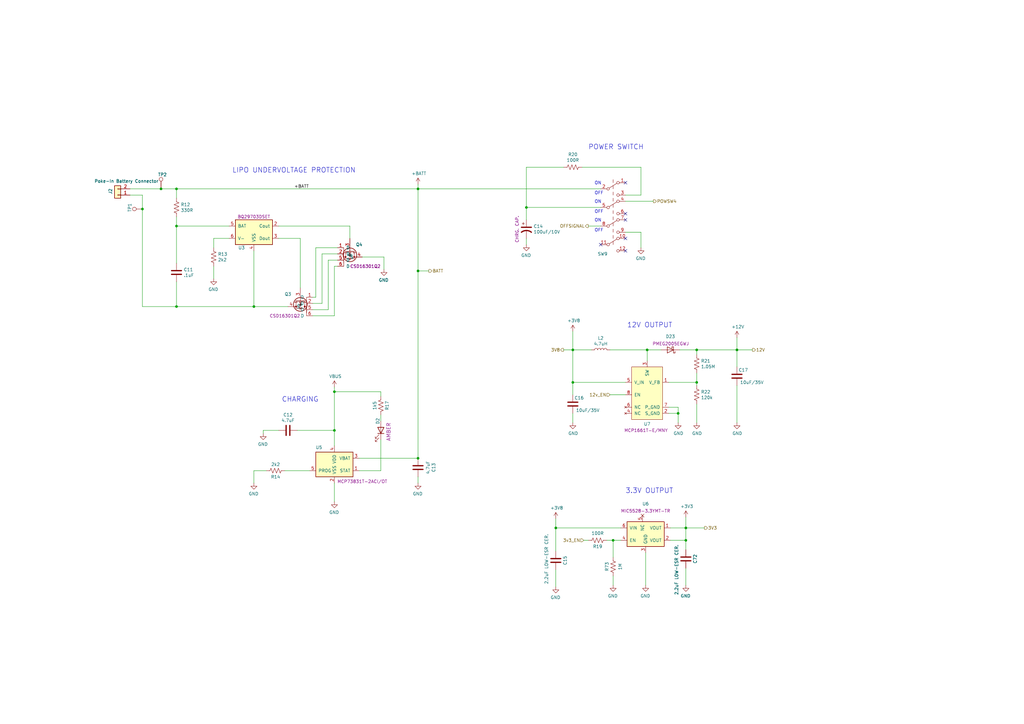
<source format=kicad_sch>
(kicad_sch (version 20211123) (generator eeschema)
  (paper "A3")
  (title_block (title "RCP CHARGING AND POWER MANAGEMENT"))
  (lib_symbols
    (symbol "Battery_Management:BQ297xy" (pin_names (offset 1.016))
      (property "Reference" "U" (at -6.35 6.35 0))
      (property "Value" "BQ297xy" (at 5.08 -6.35 0))
      (symbol "BQ297xy_0_1"
        (rectangle (start -7.62 5.08) (end 7.62 -5.08) (stroke (width 0.254)) (fill (type background)))
      )
      (symbol "BQ297xy_1_1"
        (pin no_connect line (at 7.62 0 180) (length 2.54) hide (name "NC") (number "1"))
        (pin output line (at 10.16 2.54 180) (length 2.54) (name "Cout") (number "2"))
        (pin output line (at 10.16 -2.54 180) (length 2.54) (name "Dout") (number "3"))
        (pin power_in line (at 0 -7.62 90) (length 2.54) (name "VSS") (number "4"))
        (pin input line (at -10.16 2.54 0) (length 2.54) (name "BAT") (number "5"))
        (pin input line (at -10.16 -2.54 0) (length 2.54) (name "V-") (number "6"))
      )
    )
    (symbol "Battery_Management:MCP73831-2-OT" (pin_names (offset 1.016))
      (property "Reference" "U" (at -7.62 6.35 0))
      (property "Value" "MCP73831-2-OT" (at 1.27 6.35 0))
      (symbol "MCP73831-2-OT_0_1"
        (rectangle (start -7.62 5.08) (end 7.62 -5.08) (stroke (width 0.254)) (fill (type background)))
      )
      (symbol "MCP73831-2-OT_1_1"
        (pin output line (at 10.16 -2.54 180) (length 2.54) (name "STAT") (number "1"))
        (pin power_in line (at 0 -7.62 90) (length 2.54) (name "VSS") (number "2"))
        (pin power_out line (at 10.16 2.54 180) (length 2.54) (name "VBAT") (number "3"))
        (pin power_in line (at 0 7.62 270) (length 2.54) (name "VDD") (number "4"))
        (pin input line (at -10.16 -2.54 0) (length 2.54) (name "PROG") (number "5"))
      )
    )
    (symbol "Connector:TestPoint" (pin_numbers hide) (pin_names (offset 0.762) hide)
      (property "Reference" "TP" (at 0 6.858 0))
      (property "Value" "TestPoint" (at 0 5.08 0))
      (symbol "TestPoint_0_1"
        (circle (center 0 3.302) (radius 0.762))
      )
      (symbol "TestPoint_1_1"
        (pin passive line (at 0 0 90) (length 2.54) (name "1") (number "1"))
      )
    )
    (symbol "Connector_Generic:Conn_01x02" (pin_names (offset 1.016) hide)
      (property "Reference" "J" (at 0 2.54 0))
      (property "Value" "Conn_01x02" (at 0 -5.08 0))
      (symbol "Conn_01x02_1_1"
        (rectangle (start -1.27 -2.413) (end 0 -2.667) (stroke (width 0.1524)))
        (rectangle (start -1.27 0.127) (end 0 -0.127) (stroke (width 0.1524)))
        (rectangle (start -1.27 1.27) (end 1.27 -3.81) (stroke (width 0.254)) (fill (type background)))
        (pin passive line (at -5.08 0 0) (length 3.81) (name "Pin_1") (number "1"))
        (pin passive line (at -5.08 -2.54 0) (length 3.81) (name "Pin_2") (number "2"))
      )
    )
    (symbol "Device:C" (pin_numbers hide) (pin_names (offset 0.254))
      (property "Reference" "C" (at 0.635 2.54 0))
      (property "Value" "C" (at 0.635 -2.54 0))
      (symbol "C_0_1"
        (polyline (pts (xy -2.032 -0.762) (xy 2.032 -0.762)) (stroke (width 0.508)))
        (polyline (pts (xy -2.032 0.762) (xy 2.032 0.762)) (stroke (width 0.508)))
      )
      (symbol "C_1_1"
        (pin passive line (at 0 3.81 270) (length 2.794) (name "~") (number "1"))
        (pin passive line (at 0 -3.81 90) (length 2.794) (name "~") (number "2"))
      )
    )
    (symbol "Device:CP1" (pin_numbers hide) (pin_names (offset 0.254) hide)
      (property "Reference" "C" (at 0.635 2.54 0))
      (property "Value" "Device_CP1" (at 0.635 -2.54 0))
      (symbol "CP1_0_1"
        (polyline (pts (xy -2.032 0.762) (xy 2.032 0.762)) (stroke (width 0.508)))
        (polyline (pts (xy -1.778 2.286) (xy -0.762 2.286)))
        (polyline (pts (xy -1.27 1.778) (xy -1.27 2.794)))
        (arc (start 2.032 -1.27) (mid 0 -0.5572) (end -2.032 -1.27) (stroke (width 0.508)))
      )
      (symbol "CP1_1_1"
        (pin passive line (at 0 3.81 270) (length 2.794) (name "~") (number "1"))
        (pin passive line (at 0 -3.81 90) (length 3.302) (name "~") (number "2"))
      )
    )
    (symbol "Device:L" (pin_numbers hide) (pin_names (offset 1.016) hide)
      (property "Reference" "L" (at -1.27 0 90))
      (property "Value" "L" (at 1.905 0 90))
      (symbol "L_0_1"
        (arc (start 0 -2.54) (mid 0.635 -1.905) (end 0 -1.27))
        (arc (start 0 -1.27) (mid 0.635 -0.635) (end 0 0))
        (arc (start 0 0) (mid 0.635 0.635) (end 0 1.27))
        (arc (start 0 1.27) (mid 0.635 1.905) (end 0 2.54))
      )
      (symbol "L_1_1"
        (pin passive line (at 0 3.81 270) (length 1.27) (name "1") (number "1"))
        (pin passive line (at 0 -3.81 90) (length 1.27) (name "2") (number "2"))
      )
    )
    (symbol "Device:LED" (pin_numbers hide) (pin_names (offset 1.016) hide)
      (property "Reference" "D" (at 0 2.54 0))
      (property "Value" "LED" (at 0 -2.54 0))
      (symbol "LED_0_1"
        (polyline (pts (xy -1.27 -1.27) (xy -1.27 1.27)) (stroke (width 0.254)))
        (polyline (pts (xy -1.27 0) (xy 1.27 0)))
        (polyline (pts (xy 1.27 -1.27) (xy 1.27 1.27) (xy -1.27 0) (xy 1.27 -1.27)) (stroke (width 0.254)))
        (polyline (pts (xy -3.048 -0.762) (xy -4.572 -2.286) (xy -3.81 -2.286) (xy -4.572 -2.286) (xy -4.572 -1.524)))
        (polyline (pts (xy -1.778 -0.762) (xy -3.302 -2.286) (xy -2.54 -2.286) (xy -3.302 -2.286) (xy -3.302 -1.524)))
      )
      (symbol "LED_1_1"
        (pin passive line (at -3.81 0 0) (length 2.54) (name "K") (number "1"))
        (pin passive line (at 3.81 0 180) (length 2.54) (name "A") (number "2"))
      )
    )
    (symbol "Device:R_US" (pin_numbers hide) (pin_names (offset 0))
      (property "Reference" "R" (at 2.54 0 90))
      (property "Value" "R_US" (at -2.54 0 90))
      (symbol "R_US_0_1"
        (polyline (pts (xy 0 -2.286) (xy 0 -2.54)))
        (polyline (pts (xy 0 2.286) (xy 0 2.54)))
        (polyline (pts (xy 0 -0.762) (xy 1.016 -1.143) (xy 0 -1.524) (xy -1.016 -1.905) (xy 0 -2.286)))
        (polyline (pts (xy 0 0.762) (xy 1.016 0.381) (xy 0 0) (xy -1.016 -0.381) (xy 0 -0.762)))
        (polyline (pts (xy 0 2.286) (xy 1.016 1.905) (xy 0 1.524) (xy -1.016 1.143) (xy 0 0.762)))
      )
      (symbol "R_US_1_1"
        (pin passive line (at 0 3.81 270) (length 1.27) (name "~") (number "1"))
        (pin passive line (at 0 -3.81 90) (length 1.27) (name "~") (number "2"))
      )
    )
    (symbol "Diode:PMEG6010CEH" (pin_numbers hide) (pin_names hide)
      (property "Reference" "D" (at 0 2.54 0))
      (property "Value" "PMEG6010CEH" (at 0 -2.54 0))
      (symbol "PMEG6010CEH_0_1"
        (polyline (pts (xy 1.27 0) (xy -1.27 0)))
        (polyline (pts (xy 1.27 1.27) (xy 1.27 -1.27) (xy -1.27 0) (xy 1.27 1.27)) (stroke (width 0.2032)))
        (polyline (pts (xy -1.905 0.635) (xy -1.905 1.27) (xy -1.27 1.27) (xy -1.27 -1.27) (xy -0.635 -1.27) (xy -0.635 -0.635)) (stroke (width 0.2032)))
      )
      (symbol "PMEG6010CEH_1_1"
        (pin passive line (at -3.81 0 0) (length 2.54) (name "K") (number "1"))
        (pin passive line (at 3.81 0 180) (length 2.54) (name "A") (number "2"))
      )
    )
    (symbol "MyLibrary:MCP1661" (pin_names (offset 1.016))
      (property "Reference" "U" (at -3.81 10.16 0))
      (property "Value" "MyLibrary_MCP1661" (at 6.35 10.16 0))
      (symbol "MCP1661_0_1"
        (rectangle (start -6.35 8.89) (end 6.35 -12.7) (fill (type background)))
      )
      (symbol "MCP1661_1_1"
        (pin input line (at 8.89 2.54 180) (length 2.54) (name "V_FB") (number "1"))
        (pin input line (at 8.89 -10.16 180) (length 2.54) (name "S_GND") (number "2"))
        (pin input line (at 0 11.43 270) (length 2.54) (name "SW") (number "3"))
        (pin no_connect line (at -8.89 -10.16 0) (length 2.54) (name "NC") (number "4"))
        (pin input line (at -8.89 2.54 0) (length 2.54) (name "V_IN") (number "5"))
        (pin no_connect line (at -8.89 -7.62 0) (length 2.54) (name "NC") (number "6"))
        (pin input line (at 8.89 -7.62 180) (length 2.54) (name "P_GND") (number "7"))
        (pin input line (at -8.89 -2.54 0) (length 2.54) (name "EN") (number "8"))
      )
    )
    (symbol "MyLibrary:MIC5528" (pin_names (offset 1.016))
      (property "Reference" "U" (at -6.35 7.62 0))
      (property "Value" "MyLibrary_MIC5528" (at 6.35 7.62 0))
      (symbol "MIC5528_0_1"
        (polyline (pts (xy -1.905 6.985) (xy -0.635 8.255)))
        (polyline (pts (xy -1.905 8.255) (xy -0.635 6.985)))
      )
      (symbol "MIC5528_1_1"
        (rectangle (start -7.62 -5.08) (end 7.62 5.08) (stroke (width 0.254)) (fill (type background)))
        (pin power_out line (at 10.16 2.54 180) (length 2.54) (name "VOUT") (number "1"))
        (pin power_out line (at 10.16 -2.54 180) (length 2.54) (name "VOUT") (number "2"))
        (pin power_in line (at 0 -7.62 90) (length 2.54) (name "GND") (number "3"))
        (pin input line (at -10.16 -2.54 0) (length 2.54) (name "EN") (number "4"))
        (pin input line (at -1.27 7.62 270) (length 2.54) (name "NC") (number "5"))
        (pin power_in line (at -10.16 2.54 0) (length 2.54) (name "VIN") (number "6"))
      )
    )
    (symbol "MyLibrary:SW_4P2T" (pin_names (offset 1.016))
      (property "Reference" "SW" (at -2.54 3.81 0))
      (property "Value" "MyLibrary_SW_4P2T" (at 1.27 5.08 0))
      (symbol "SW_4P2T_0_1"
        (circle (center -0.762 0) (radius 0.508))
        (polyline (pts (xy -0.254 0.381) (xy 2.794 2.286)))
        (polyline (pts (xy 1.27 -21.59) (xy 1.27 -22.86)))
        (polyline (pts (xy 1.27 -19.05) (xy 1.27 -20.32)))
        (polyline (pts (xy 1.27 -16.51) (xy 1.27 -17.78)))
        (polyline (pts (xy 1.27 -13.97) (xy 1.27 -15.24)))
        (polyline (pts (xy 1.27 -11.43) (xy 1.27 -12.7)))
        (polyline (pts (xy 1.27 -8.89) (xy 1.27 -10.16)))
        (polyline (pts (xy 1.27 -6.35) (xy 1.27 -7.62)))
        (polyline (pts (xy 1.27 -3.81) (xy 1.27 -5.08)))
        (polyline (pts (xy 1.27 -1.27) (xy 1.27 -2.54)))
        (polyline (pts (xy 1.27 1.27) (xy 1.27 0)))
        (polyline (pts (xy 1.27 3.81) (xy 1.27 2.54)))
        (circle (center 3.302 2.54) (radius 0.5334))
      )
      (symbol "SW_4P2T_1_1"
        (circle (center -0.762 -22.86) (radius 0.5334))
        (circle (center -0.762 -15.24) (radius 0.5334))
        (circle (center -0.762 -7.62) (radius 0.5334))
        (polyline (pts (xy -0.254 -22.479) (xy 2.794 -20.574)))
        (polyline (pts (xy -0.254 -14.859) (xy 2.794 -12.954)))
        (polyline (pts (xy -0.254 -7.239) (xy 2.794 -5.334)))
        (circle (center 3.302 -25.4) (radius 0.5334))
        (circle (center 3.302 -20.32) (radius 0.5334))
        (circle (center 3.302 -17.78) (radius 0.5334))
        (circle (center 3.302 -12.7) (radius 0.5334))
        (circle (center 3.302 -10.16) (radius 0.5334))
        (circle (center 3.302 -5.08) (radius 0.5334))
        (circle (center 3.302 -2.54) (radius 0.5334))
        (pin input line (at 6.35 2.54 180) (length 2.54) (name "~") (number "1"))
        (pin input line (at 6.35 -20.32 180) (length 2.54) (name "~") (number "10"))
        (pin input line (at -3.81 -22.86 0) (length 2.54) (name "~") (number "11"))
        (pin input line (at 6.35 -25.4 180) (length 2.54) (name "~") (number "12"))
        (pin input line (at -3.81 0 0) (length 2.54) (name "~") (number "2"))
        (pin input line (at 6.35 -2.54 180) (length 2.54) (name "~") (number "3"))
        (pin input line (at 6.35 -5.08 180) (length 2.54) (name "~") (number "4"))
        (pin input line (at -3.81 -7.62 0) (length 2.54) (name "~") (number "5"))
        (pin input line (at 6.35 -10.16 180) (length 2.54) (name "~") (number "6"))
        (pin input line (at 6.35 -12.7 180) (length 2.54) (name "~") (number "7"))
        (pin input line (at -3.81 -15.24 0) (length 2.54) (name "~") (number "8"))
        (pin input line (at 6.35 -17.78 180) (length 2.54) (name "~") (number "9"))
      )
    )
    (symbol "RUSP_Mainboard-rescue:Q_NMOS_POWER-MyLibrary-RotaryCellPhone-4G-rescue-4GRotaryCellPhone-rescue-4GRCP_Mainboard-rescue" (pin_names (offset 1.016))
      (property "Reference" "Q" (at 5.08 -5.08 0))
      (property "Value" "Q_NMOS_POWER-MyLibrary-RotaryCellPhone-4G-rescue-4GRotaryCellPhone-rescue-4GRCP_Mainboard-rescue" (at -29.21 5.08 0))
      (symbol "Q_NMOS_POWER-MyLibrary-RotaryCellPhone-4G-rescue-4GRotaryCellPhone-rescue-4GRCP_Mainboard-rescue_0_1"
        (polyline (pts (xy 3.81 2.54) (xy -3.81 2.54)))
      )
      (symbol "Q_NMOS_POWER-MyLibrary-RotaryCellPhone-4G-rescue-4GRotaryCellPhone-rescue-4GRCP_Mainboard-rescue_1_1"
        (circle (center -0.889 0) (radius 2.8194) (stroke (width 0.254)))
        (circle (center 0 -1.778) (radius 0.2794) (fill (type outline)))
        (polyline (pts (xy -2.4892 0) (xy -2.286 0)))
        (polyline (pts (xy -1.778 -1.778) (xy 0 -1.778)))
        (polyline (pts (xy -1.778 -1.27) (xy -1.778 -2.286)) (stroke (width 0.254)))
        (polyline (pts (xy -1.778 0) (xy 0 0)))
        (polyline (pts (xy -1.778 0.508) (xy -1.778 -0.508)) (stroke (width 0.254)))
        (polyline (pts (xy -1.778 1.778) (xy 0 1.778)))
        (polyline (pts (xy -1.778 2.286) (xy -1.778 1.27)) (stroke (width 0.254)))
        (polyline (pts (xy 0 -1.778) (xy 0 -2.54)))
        (polyline (pts (xy 0 -1.778) (xy 0 0)))
        (polyline (pts (xy 0 2.54) (xy 0 1.778)))
        (polyline (pts (xy 0 2.54) (xy 2.54 2.54)))
        (polyline (pts (xy -2.286 1.905) (xy -2.286 -1.905) (xy -2.286 -1.905)) (stroke (width 0.254)))
        (polyline (pts (xy -1.524 0) (xy -0.508 0.381) (xy -0.508 -0.381) (xy -1.524 0)) (fill (type outline)))
        (polyline (pts (xy 0 -1.778) (xy 0.762 -1.778) (xy 0.762 1.778) (xy 0 1.778)))
        (polyline (pts (xy 0.254 0.508) (xy 0.381 0.381) (xy 1.143 0.381) (xy 1.27 0.254)))
        (polyline (pts (xy 0.762 0.381) (xy 0.381 -0.254) (xy 1.143 -0.254) (xy 0.762 0.381)))
        (circle (center 0 1.778) (radius 0.2794) (fill (type outline)))
        (pin input line (at -3.81 5.08 270) (length 2.54) (name "D") (number "1"))
        (pin input line (at -1.27 5.08 270) (length 2.54) (name "D") (number "2"))
        (pin input line (at -7.62 0 0) (length 5.08) (name "G") (number "3"))
        (pin passive line (at 0 -5.08 90) (length 2.54) (name "S") (number "4"))
        (pin passive line (at 1.27 5.08 270) (length 2.54) (name "D") (number "5"))
        (pin passive line (at 3.81 5.08 270) (length 2.54) (name "D") (number "6"))
      )
    )
    (symbol "power:+12V" (power) (pin_names (offset 0))
      (property "Value" "+12V" (at 0 3.556 0))
      (symbol "+12V_0_1"
        (polyline (pts (xy -0.762 1.27) (xy 0 2.54)))
        (polyline (pts (xy 0 0) (xy 0 2.54)))
        (polyline (pts (xy 0 2.54) (xy 0.762 1.27)))
      )
      (symbol "+12V_1_1"
        (pin power_in line (at 0 0 90) (length 0) hide (name "+12V") (number "1"))
      )
    )
    (symbol "power:+3V3" (power) (pin_names (offset 0))
      (property "Value" "+3V3" (at 0 3.556 0))
      (symbol "+3V3_0_1"
        (polyline (pts (xy -0.762 1.27) (xy 0 2.54)))
        (polyline (pts (xy 0 0) (xy 0 2.54)))
        (polyline (pts (xy 0 2.54) (xy 0.762 1.27)))
      )
      (symbol "+3V3_1_1"
        (pin power_in line (at 0 0 90) (length 0) hide (name "+3V3") (number "1"))
      )
    )
    (symbol "power:+3V8" (power) (pin_names (offset 0))
      (property "Value" "+3V8" (at 0 3.556 0))
      (symbol "+3V8_0_1"
        (polyline (pts (xy -0.762 1.27) (xy 0 2.54)))
        (polyline (pts (xy 0 0) (xy 0 2.54)))
        (polyline (pts (xy 0 2.54) (xy 0.762 1.27)))
      )
      (symbol "+3V8_1_1"
        (pin power_in line (at 0 0 90) (length 0) hide (name "+3V8") (number "1"))
      )
    )
    (symbol "power:+BATT" (power) (pin_names (offset 0))
      (property "Value" "+BATT" (at 0 3.556 0))
      (symbol "+BATT_0_1"
        (polyline (pts (xy -0.762 1.27) (xy 0 2.54)))
        (polyline (pts (xy 0 0) (xy 0 2.54)))
        (polyline (pts (xy 0 2.54) (xy 0.762 1.27)))
      )
      (symbol "+BATT_1_1"
        (pin power_in line (at 0 0 90) (length 0) hide (name "+BATT") (number "1"))
      )
    )
    (symbol "power:GND" (power) (pin_names (offset 0))
      (property "Value" "GND" (at 0 -3.81 0))
      (symbol "GND_0_1"
        (polyline (pts (xy 0 0) (xy 0 -1.27) (xy 1.27 -1.27) (xy 0 -2.54) (xy -1.27 -1.27) (xy 0 -1.27)))
      )
      (symbol "GND_1_1"
        (pin power_in line (at 0 0 270) (length 0) hide (name "GND") (number "1"))
      )
    )
    (symbol "power:VBUS" (power) (pin_names (offset 0))
      (property "Value" "VBUS" (at 0 3.81 0))
      (symbol "VBUS_0_1"
        (polyline (pts (xy -0.762 1.27) (xy 0 2.54)))
        (polyline (pts (xy 0 0) (xy 0 2.54)))
        (polyline (pts (xy 0 2.54) (xy 0.762 1.27)))
      )
      (symbol "VBUS_1_1"
        (pin power_in line (at 0 0 90) (length 0) hide (name "VBUS") (number "1"))
      )
    )
  )
  (junction (at 285.75 143.51))
  (junction (at 72.39 77.47))
  (junction (at 171.45 111.125))
  (junction (at 215.9 85.09))
  (junction (at 171.45 187.96))
  (junction (at 137.16 176.53))
  (junction (at 58.42 85.725))
  (junction (at 66.04 77.47))
  (junction (at 281.305 221.615))
  (junction (at 104.14 125.73))
  (junction (at 265.43 143.51))
  (junction (at 251.46 221.615))
  (junction (at 72.39 92.71))
  (junction (at 137.16 160.655))
  (junction (at 234.95 143.51))
  (junction (at 302.26 143.51))
  (junction (at 227.965 216.535))
  (junction (at 234.95 156.845))
  (junction (at 285.75 156.845))
  (junction (at 171.45 77.47))
  (junction (at 72.39 125.73))
  (junction (at 278.13 169.545))
  (junction (at 281.305 216.535))
  (no_connect (at 256.54 74.93))
  (no_connect (at 256.54 90.17))
  (no_connect (at 246.38 100.33))
  (no_connect (at 256.54 97.79))
  (no_connect (at 256.54 87.63))
  (no_connect (at 256.54 102.87))
  (wire (pts (xy 274.32 167.005) (xy 278.13 167.005)))
  (wire (pts (xy 256.54 156.845) (xy 234.95 156.845)))
  (wire (pts (xy 251.46 240.03) (xy 251.46 236.22)))
  (wire (pts (xy 137.16 160.655) (xy 137.16 176.53)))
  (wire (pts (xy 215.9 100.33) (xy 215.9 97.79)))
  (wire (pts (xy 72.39 77.47) (xy 171.45 77.47)))
  (wire (pts (xy 227.965 233.68) (xy 227.965 240.665)))
  (wire (pts (xy 147.32 193.04) (xy 156.21 193.04)))
  (wire (pts (xy 281.305 216.535) (xy 281.305 221.615)))
  (wire (pts (xy 58.42 125.73) (xy 72.39 125.73)))
  (wire (pts (xy 134.62 127) (xy 128.27 127)))
  (wire (pts (xy 156.21 170.18) (xy 156.21 172.72)))
  (wire (pts (xy 93.98 92.71) (xy 72.39 92.71)))
  (wire (pts (xy 104.14 193.04) (xy 109.22 193.04)))
  (wire (pts (xy 87.63 114.3) (xy 87.63 109.22)))
  (wire (pts (xy 107.95 176.53) (xy 114.3 176.53)))
  (wire (pts (xy 87.63 97.79) (xy 93.98 97.79)))
  (wire (pts (xy 302.26 143.51) (xy 302.26 150.495)))
  (wire (pts (xy 114.3 97.79) (xy 123.19 97.79)))
  (wire (pts (xy 53.34 77.47) (xy 66.04 77.47)))
  (wire (pts (xy 248.92 221.615) (xy 251.46 221.615)))
  (wire (pts (xy 171.45 77.47) (xy 171.45 75.565)))
  (wire (pts (xy 156.21 180.34) (xy 156.21 193.04)))
  (wire (pts (xy 132.08 124.46) (xy 128.27 124.46)))
  (wire (pts (xy 281.305 233.045) (xy 281.305 240.03)))
  (wire (pts (xy 104.14 125.73) (xy 104.14 102.87)))
  (wire (pts (xy 148.59 105.41) (xy 157.48 105.41)))
  (wire (pts (xy 138.43 109.22) (xy 137.16 109.22)))
  (wire (pts (xy 137.16 176.53) (xy 137.16 182.88)))
  (wire (pts (xy 281.305 212.09) (xy 281.305 216.535)))
  (wire (pts (xy 137.16 160.655) (xy 156.21 160.655)))
  (wire (pts (xy 256.54 80.01) (xy 262.89 80.01)))
  (wire (pts (xy 132.08 104.14) (xy 132.08 124.46)))
  (wire (pts (xy 262.89 80.01) (xy 262.89 68.58)))
  (wire (pts (xy 127 193.04) (xy 116.84 193.04)))
  (wire (pts (xy 157.48 105.41) (xy 157.48 110.49)))
  (wire (pts (xy 66.04 77.47) (xy 72.39 77.47)))
  (wire (pts (xy 302.26 143.51) (xy 308.61 143.51)))
  (wire (pts (xy 137.16 205.74) (xy 137.16 198.12)))
  (wire (pts (xy 143.51 97.79) (xy 143.51 92.71)))
  (wire (pts (xy 238.76 68.58) (xy 262.89 68.58)))
  (wire (pts (xy 171.45 77.47) (xy 246.38 77.47)))
  (wire (pts (xy 138.43 106.68) (xy 134.62 106.68)))
  (wire (pts (xy 171.45 198.12) (xy 171.45 195.58)))
  (wire (pts (xy 264.795 226.695) (xy 264.795 240.03)))
  (wire (pts (xy 58.42 85.725) (xy 58.42 125.73)))
  (wire (pts (xy 175.895 111.125) (xy 171.45 111.125)))
  (wire (pts (xy 134.62 106.68) (xy 134.62 127)))
  (wire (pts (xy 215.9 85.09) (xy 246.38 85.09)))
  (wire (pts (xy 246.38 92.71) (xy 241.3 92.71)))
  (wire (pts (xy 231.14 143.51) (xy 234.95 143.51)))
  (wire (pts (xy 215.9 68.58) (xy 215.9 85.09)))
  (wire (pts (xy 123.19 97.79) (xy 123.19 118.11)))
  (wire (pts (xy 227.965 226.06) (xy 227.965 216.535)))
  (wire (pts (xy 274.32 169.545) (xy 278.13 169.545)))
  (wire (pts (xy 285.75 165.735) (xy 285.75 173.355)))
  (wire (pts (xy 288.925 216.535) (xy 281.305 216.535)))
  (wire (pts (xy 171.45 111.125) (xy 171.45 187.96)))
  (wire (pts (xy 274.32 156.845) (xy 285.75 156.845)))
  (wire (pts (xy 171.45 77.47) (xy 171.45 111.125)))
  (wire (pts (xy 281.305 221.615) (xy 281.305 225.425)))
  (wire (pts (xy 227.965 216.535) (xy 254.635 216.535)))
  (wire (pts (xy 302.26 143.51) (xy 285.75 143.51)))
  (wire (pts (xy 234.95 169.545) (xy 234.95 173.355)))
  (wire (pts (xy 143.51 92.71) (xy 114.3 92.71)))
  (wire (pts (xy 72.39 115.57) (xy 72.39 125.73)))
  (wire (pts (xy 256.54 95.25) (xy 262.89 95.25)))
  (wire (pts (xy 72.39 92.71) (xy 72.39 107.95)))
  (wire (pts (xy 234.95 143.51) (xy 234.95 135.89)))
  (wire (pts (xy 215.9 68.58) (xy 231.14 68.58)))
  (wire (pts (xy 156.21 160.655) (xy 156.21 162.56)))
  (wire (pts (xy 138.43 104.14) (xy 132.08 104.14)))
  (wire (pts (xy 58.42 80.01) (xy 53.34 80.01)))
  (wire (pts (xy 302.26 138.43) (xy 302.26 143.51)))
  (wire (pts (xy 265.43 143.51) (xy 265.43 147.955)))
  (wire (pts (xy 72.39 88.9) (xy 72.39 92.71)))
  (wire (pts (xy 251.46 221.615) (xy 251.46 228.6)))
  (wire (pts (xy 285.75 143.51) (xy 285.75 145.415)))
  (wire (pts (xy 285.75 153.035) (xy 285.75 156.845)))
  (wire (pts (xy 66.04 76.835) (xy 66.04 77.47)))
  (wire (pts (xy 227.965 216.535) (xy 227.965 212.725)))
  (wire (pts (xy 281.305 221.615) (xy 274.955 221.615)))
  (wire (pts (xy 137.16 129.54) (xy 128.27 129.54)))
  (wire (pts (xy 104.14 125.73) (xy 118.11 125.73)))
  (wire (pts (xy 215.9 90.17) (xy 215.9 85.09)))
  (wire (pts (xy 278.13 167.005) (xy 278.13 169.545)))
  (wire (pts (xy 302.26 173.355) (xy 302.26 158.115)))
  (wire (pts (xy 128.27 121.92) (xy 129.54 121.92)))
  (wire (pts (xy 278.13 169.545) (xy 278.13 173.355)))
  (wire (pts (xy 234.95 156.845) (xy 234.95 143.51)))
  (wire (pts (xy 239.395 221.615) (xy 241.3 221.615)))
  (wire (pts (xy 137.16 109.22) (xy 137.16 129.54)))
  (wire (pts (xy 107.95 177.8) (xy 107.95 176.53)))
  (wire (pts (xy 121.92 176.53) (xy 137.16 176.53)))
  (wire (pts (xy 256.54 82.55) (xy 267.97 82.55)))
  (wire (pts (xy 251.46 221.615) (xy 254.635 221.615)))
  (wire (pts (xy 256.54 161.925) (xy 250.19 161.925)))
  (wire (pts (xy 234.95 161.925) (xy 234.95 156.845)))
  (wire (pts (xy 129.54 101.6) (xy 138.43 101.6)))
  (wire (pts (xy 262.89 95.25) (xy 262.89 101.6)))
  (wire (pts (xy 104.14 193.04) (xy 104.14 198.12)))
  (wire (pts (xy 147.32 187.96) (xy 171.45 187.96)))
  (wire (pts (xy 87.63 101.6) (xy 87.63 97.79)))
  (wire (pts (xy 281.305 216.535) (xy 274.955 216.535)))
  (wire (pts (xy 278.765 143.51) (xy 285.75 143.51)))
  (wire (pts (xy 137.16 158.75) (xy 137.16 160.655)))
  (wire (pts (xy 129.54 121.92) (xy 129.54 101.6)))
  (wire (pts (xy 285.75 156.845) (xy 285.75 158.115)))
  (wire (pts (xy 234.95 143.51) (xy 242.57 143.51)))
  (wire (pts (xy 250.19 143.51) (xy 265.43 143.51)))
  (wire (pts (xy 72.39 81.28) (xy 72.39 77.47)))
  (wire (pts (xy 72.39 125.73) (xy 104.14 125.73)))
  (wire (pts (xy 58.42 80.01) (xy 58.42 85.725)))
  (wire (pts (xy 265.43 143.51) (xy 271.145 143.51)))
  (text "12V OUTPUT" (at 257.175 134.62 0) (effects (font (size 2.0066 2.0066)) (justify left bottom)))
  (text "LIPO UNDERVOLTAGE PROTECTION" (at 95.25 71.12 0) (effects (font (size 2.0066 2.0066)) (justify left bottom)))
  (text "ON\n\nOFF" (at 243.84 80.01 0) (effects (font (size 1.27 1.27)) (justify left bottom)))
  (text "POWER SWITCH" (at 241.3 61.595 0) (effects (font (size 2.0066 2.0066)) (justify left bottom)))
  (text "3.3V OUTPUT" (at 256.54 202.565 0) (effects (font (size 2.0066 2.0066)) (justify left bottom)))
  (text "ON\n\nOFF" (at 243.84 87.63 0) (effects (font (size 1.27 1.27)) (justify left bottom)))
  (text "ON\n\nOFF" (at 243.84 95.25 0) (effects (font (size 1.27 1.27)) (justify left bottom)))
  (text "CHARGING" (at 115.57 165.1 0) (effects (font (size 2.0066 2.0066)) (justify left bottom)))
  (label "+BATT" (at 120.65 77.47 0))
  (hierarchical_label "3V3" (shape output) (at 288.925 216.535 0))
  (hierarchical_label "12v_EN" (shape input) (at 250.19 161.925 180))
  (hierarchical_label "BATT" (shape output) (at 175.895 111.125 0))
  (hierarchical_label "3V8" (shape output) (at 231.14 143.51 180))
  (hierarchical_label "12V" (shape output) (at 308.61 143.51 0))
  (hierarchical_label "POWSW4" (shape output) (at 267.97 82.55 0))
  (hierarchical_label "OFFSIGNAL" (shape output) (at 241.3 92.71 180))
  (hierarchical_label "3v3_EN" (shape input) (at 239.395 221.615 180))
  (symbol (lib_id "Battery_Management:BQ297xy") (at 104.14 95.25 0) (unit 1)
    (property "Reference" "U3" (at 99.06 101.6 0))
    (property "Value" "LiPo Undervolt Protection IC" (effects hide))
    (property "Footprint" "Package_SON:WSON-6_1.5x1.5mm_P0.5mm" (effects hide))
    (property "Datasheet" "http://www.ti.com/lit/ds/symlink/bq2970.pdf" (effects hide))
    (property "Mfg. Name" "TI" (effects hide))
    (property "Mfg. Part No." "BQ29703DSET" (at 104.14 88.9 0))
  )
  (symbol (lib_id "power:+3V8") (at 227.965 212.725 0) (unit 1)
    (property "Reference" "#PWR0132" (effects hide))
    (property "Value" "+3V8" (at 228.346 208.3308 0))
  )
  (symbol (lib_id "power:+3V3") (at 281.305 212.09 0) (unit 1)
    (property "Reference" "#PWR0133" (effects hide))
    (property "Value" "+3V3" (at 281.686 207.6958 0))
  )
  (symbol (lib_id "power:GND") (at 264.795 240.03 0) (mirror y) (unit 1)
    (property "Reference" "#PWR0134" (effects hide))
    (property "Value" "GND" (at 264.668 244.4242 0))
  )
  (symbol (lib_id "Device:R_US") (at 245.11 221.615 270) (unit 1)
    (property "Reference" "R19" (at 245.11 224.155 90))
    (property "Value" "100R" (at 245.11 218.7194 90))
    (property "Footprint" "Resistor_SMD:R_0603_1608Metric" (effects hide))
  )
  (symbol (lib_id "Device:R_US") (at 72.39 85.09 0) (unit 1)
    (property "Reference" "R12" (at 74.1172 83.9216 0) (effects (justify left)))
    (property "Value" "330R" (at 74.1172 86.233 0) (effects (justify left)))
    (property "Footprint" "Resistor_SMD:R_0603_1608Metric" (effects hide))
  )
  (symbol (lib_id "Device:C") (at 72.39 111.76 0) (unit 1)
    (property "Reference" "C11" (at 75.311 110.5916 0) (effects (justify left)))
    (property "Value" ".1uF" (at 75.311 112.903 0) (effects (justify left)))
    (property "Footprint" "Capacitor_SMD:C_0603_1608Metric" (effects hide))
  )
  (symbol (lib_id "RUSP_Mainboard-rescue:Q_NMOS_POWER-MyLibrary-RotaryCellPhone-4G-rescue-4GRotaryCellPhone-rescue-4GRCP_Mainboard-rescue") (at 123.19 125.73 270) (unit 1)
    (property "Reference" "Q3" (at 118.11 120.65 90))
    (property "Value" "CSD16301Q2" (effects hide))
    (property "Footprint" "digikey-footprints:TI_CSD16301Q2" (effects hide))
    (property "Mfg. Name" "TI" (effects hide))
    (property "Mfg. Part No." "CSD16301Q2" (at 116.84 129.54 90))
  )
  (symbol (lib_id "RUSP_Mainboard-rescue:Q_NMOS_POWER-MyLibrary-RotaryCellPhone-4G-rescue-4GRotaryCellPhone-rescue-4GRCP_Mainboard-rescue") (at 143.51 105.41 90) (mirror x) (unit 1)
    (property "Reference" "Q4" (at 147.32 100.33 90))
    (property "Value" "CSD16301Q2" (effects hide))
    (property "Footprint" "digikey-footprints:TI_CSD16301Q2" (effects hide))
    (property "Mfg. Name" "TI" (effects hide))
    (property "Mfg. Part No." "CSD16301Q2" (at 149.86 109.22 90))
  )
  (symbol (lib_id "power:GND") (at 157.48 110.49 0) (mirror y) (unit 1)
    (property "Reference" "#PWR0129" (effects hide))
    (property "Value" "GND" (at 157.353 114.8842 0))
  )
  (symbol (lib_id "power:+3V8") (at 234.95 135.89 0) (unit 1)
    (property "Reference" "#PWR0135" (effects hide))
    (property "Value" "+3V8" (at 235.331 131.4958 0))
  )
  (symbol (lib_id "power:GND") (at 234.95 173.355 0) (unit 1)
    (property "Reference" "#PWR0136" (effects hide))
    (property "Value" "GND" (at 235.077 177.7492 0))
  )
  (symbol (lib_id "Device:L") (at 246.38 143.51 90) (unit 1)
    (property "Reference" "L2" (at 246.38 138.684 90))
    (property "Value" "4.7uH" (at 246.38 140.9954 90))
    (property "Footprint" "MyFootprints:Inductor_Wurth_74438336100" (effects hide))
    (property "Datasheet" "https://www.we-online.de/katalog/datasheet/74438336100.pdf" (effects hide))
    (property "Mfg. Name" "Wurth" (effects hide))
    (property "Mfg. Part No." "74438336047" (effects hide))
  )
  (symbol (lib_id "Device:R_US") (at 285.75 149.225 0) (unit 1)
    (property "Reference" "R21" (at 287.4772 148.0566 0) (effects (justify left)))
    (property "Value" "1.05M" (at 287.4772 150.368 0) (effects (justify left)))
    (property "Footprint" "Resistor_SMD:R_0603_1608Metric" (effects hide))
  )
  (symbol (lib_id "Device:R_US") (at 285.75 161.925 0) (unit 1)
    (property "Reference" "R22" (at 287.4772 160.7566 0) (effects (justify left)))
    (property "Value" "120k" (at 287.4772 163.068 0) (effects (justify left)))
    (property "Footprint" "Resistor_SMD:R_0603_1608Metric" (effects hide))
  )
  (symbol (lib_id "power:GND") (at 285.75 173.355 0) (unit 1)
    (property "Reference" "#PWR0137" (effects hide))
    (property "Value" "GND" (at 285.877 177.7492 0))
  )
  (symbol (lib_id "Device:C") (at 302.26 154.305 0) (unit 1)
    (property "Reference" "C17" (at 302.895 151.765 0) (effects (justify left)))
    (property "Value" "10uF/35V" (at 303.53 156.845 0) (effects (justify left)))
    (property "Footprint" "Resistor_SMD:R_1206_3216Metric" (effects hide))
    (property "Mfg. Name" "TDK" (effects hide))
    (property "Mfg. Part No." "CGA5L1X7R1V106K160AC" (effects hide))
  )
  (symbol (lib_id "power:GND") (at 87.63 114.3 0) (mirror y) (unit 1)
    (property "Reference" "#PWR0130" (effects hide))
    (property "Value" "GND" (at 87.503 118.6942 0))
  )
  (symbol (lib_id "Device:R_US") (at 87.63 105.41 180) (unit 1)
    (property "Reference" "R13" (at 89.3572 104.2416 0) (effects (justify right)))
    (property "Value" "2k2" (at 89.3572 106.553 0) (effects (justify right)))
    (property "Footprint" "Resistor_SMD:R_0402_1005Metric" (effects hide))
    (property "Mfg. Name" "Panasonic" (effects hide))
    (property "Mfg. Part No." "ERJ-2GEJ222X" (effects hide))
  )
  (symbol (lib_id "Connector_Generic:Conn_01x02") (at 48.26 80.01 180) (unit 1)
    (property "Reference" "J2" (at 45.3136 79.6798 90) (effects (justify right)))
    (property "Value" "Poke-In Battery Connector" (at 38.735 74.295 0) (effects (justify right)))
    (property "Footprint" "MyFootprints:AVX_PokeInConnector" (effects hide))
    (property "Mfg. Name" "AVX" (effects hide))
    (property "Mfg. Part No." "009296002202906" (effects hide))
  )
  (symbol (lib_id "Device:CP1") (at 215.9 93.98 0) (unit 1)
    (property "Reference" "C14" (at 218.821 92.8116 0) (effects (justify left)))
    (property "Value" "100uF/10V" (at 218.821 95.123 0) (effects (justify left)))
    (property "Footprint" "MyFootprints:Capacitor_Wurth865080243007" (effects hide))
    (property "Datasheet" "https://www.we-online.de/katalog/datasheet/865080243007.pdf" (effects hide))
    (property "Mfg. Name" "Wurth" (effects hide))
    (property "Mfg. Part No." "865080243007" (effects hide))
    (property "Field8" "CHRG. CAP." (at 212.09 93.98 90))
  )
  (symbol (lib_id "power:GND") (at 215.9 100.33 0) (mirror y) (unit 1)
    (property "Reference" "#PWR0138" (effects hide))
    (property "Value" "GND" (at 215.773 104.7242 0))
  )
  (symbol (lib_id "power:VBUS") (at 137.16 158.75 0) (unit 1)
    (property "Reference" "#PWR0124" (effects hide))
    (property "Value" "VBUS" (at 137.541 154.3558 0))
  )
  (symbol (lib_id "Battery_Management:MCP73831-2-OT") (at 137.16 190.5 0) (unit 1)
    (property "Reference" "U5" (at 130.81 183.515 0))
    (property "Value" "Charge Mgmt. IC" (effects hide))
    (property "Footprint" "Package_TO_SOT_SMD:SOT-23-5" (effects hide))
    (property "Datasheet" "http://ww1.microchip.com/downloads/en/DeviceDoc/20001984g.pdf" (effects hide))
    (property "Mfg. Name" "Microchip" (effects hide))
    (property "Mfg. Part No." "MCP73831T-2ACI/OT" (at 148.59 197.485 0))
  )
  (symbol (lib_id "power:GND") (at 107.95 177.8 0) (mirror y) (unit 1)
    (property "Reference" "#PWR0125" (effects hide))
    (property "Value" "GND" (at 107.823 182.1942 0))
  )
  (symbol (lib_id "Device:C") (at 118.11 176.53 270) (unit 1)
    (property "Reference" "C12" (at 118.11 170.1292 90))
    (property "Value" "4.7uF" (at 118.11 172.4406 90))
    (property "Footprint" "Capacitor_SMD:C_0603_1608Metric" (effects hide))
    (property "Mfg. Name" "Samsung" (effects hide))
    (property "Mfg. Part No." "CL10A475KQ8NNNC" (effects hide))
  )
  (symbol (lib_id "power:GND") (at 137.16 205.74 0) (mirror y) (unit 1)
    (property "Reference" "#PWR0126" (effects hide))
    (property "Value" "GND" (at 137.033 210.1342 0))
  )
  (symbol (lib_id "Device:R_US") (at 113.03 193.04 90) (unit 1)
    (property "Reference" "R14" (at 113.03 195.58 90))
    (property "Value" "2k2" (at 113.03 190.5 90))
    (property "Footprint" "Resistor_SMD:R_0402_1005Metric" (effects hide))
    (property "Label" "Hi Rate" (effects hide))
    (property "Mfg. Name" "Panasonic" (effects hide))
    (property "Mfg. Part No." "ERJ-2GEJ222X" (effects hide))
  )
  (symbol (lib_id "power:GND") (at 104.14 198.12 0) (mirror y) (unit 1)
    (property "Reference" "#PWR0127" (effects hide))
    (property "Value" "GND" (at 104.013 202.5142 0))
  )
  (symbol (lib_id "power:GND") (at 171.45 198.12 0) (mirror y) (unit 1)
    (property "Reference" "#PWR0128" (effects hide))
    (property "Value" "GND" (at 171.323 202.5142 0))
  )
  (symbol (lib_id "power:GND") (at 262.89 101.6 0) (mirror y) (unit 1)
    (property "Reference" "#PWR0140" (effects hide))
    (property "Value" "GND" (at 262.763 105.9942 0))
  )
  (symbol (lib_id "power:+12V") (at 302.26 138.43 0) (unit 1)
    (property "Reference" "#PWR0142" (effects hide))
    (property "Value" "+12V" (at 302.641 134.0358 0))
  )
  (symbol (lib_id "Device:R_US") (at 234.95 68.58 270) (unit 1)
    (property "Reference" "R20" (at 234.95 63.373 90))
    (property "Value" "100R" (at 234.95 65.6844 90))
    (property "Footprint" "Resistor_SMD:R_0603_1608Metric" (effects hide))
  )
  (symbol (lib_id "MyLibrary:SW_4P2T") (at 250.19 77.47 0) (unit 1)
    (property "Reference" "SW9" (at 245.11 104.14 0) (effects (justify left)))
    (property "Value" "Power Switch 4P2T" (effects hide))
    (property "Footprint" "MyFootprints:Switch_4PDT_ESwitch-EG4208" (effects hide))
    (property "Datasheet" "http://spec_sheets.e-switch.com/specs/P040280.pdf" (effects hide))
    (property "Mfg. Name" "E-Switch" (effects hide))
    (property "Mfg. Part No." "EG4208 " (effects hide))
  )
  (symbol (lib_id "MyLibrary:MIC5528") (at 264.795 219.075 0) (unit 1)
    (property "Reference" "U6" (at 264.795 206.629 0))
    (property "Value" "3.3V Linear Regulator" (effects hide))
    (property "Footprint" "MyFootprints:LDO_MIC5528" (effects hide))
    (property "Datasheet" "http://ww1.microchip.com/downloads/en/DeviceDoc/MIC5528-High-Performance-500mA-LDO-in-Thin-and-Extra-Thin-DFN-Packages-DS20005982B.pdf" (effects hide))
    (property "Mfg. Name" "Microchip" (effects hide))
    (property "Mfg. Part No." "MIC5528-3.3YMT-TR" (at 264.795 209.55 0))
  )
  (symbol (lib_id "Device:R_US") (at 251.46 232.41 180) (unit 1)
    (property "Reference" "R73" (at 248.92 232.41 90))
    (property "Value" "1M" (at 254.3556 232.41 90))
    (property "Footprint" "Resistor_SMD:R_0603_1608Metric" (effects hide))
  )
  (symbol (lib_id "power:GND") (at 251.46 240.03 0) (mirror y) (unit 1)
    (property "Reference" "#PWR0238" (effects hide))
    (property "Value" "GND" (at 251.333 244.4242 0))
  )
  (symbol (lib_id "power:GND") (at 281.305 240.03 0) (mirror y) (unit 1)
    (property "Reference" "#PWR0239" (effects hide))
    (property "Value" "GND" (at 281.178 244.4242 0))
  )
  (symbol (lib_id "Device:C") (at 227.965 229.87 180) (unit 1)
    (property "Reference" "C15" (at 231.775 229.87 90))
    (property "Value" "2.2uF LOW-ESR CER." (at 224.155 229.235 90))
    (property "Footprint" "Capacitor_SMD:C_0603_1608Metric" (effects hide))
    (property "Notes" "X5R or X7R" (effects hide))
  )
  (symbol (lib_id "power:GND") (at 227.965 240.665 0) (mirror y) (unit 1)
    (property "Reference" "#PWR0240" (effects hide))
    (property "Value" "GND" (at 227.838 245.0592 0))
  )
  (symbol (lib_id "MyLibrary:MCP1661") (at 265.43 159.385 0) (unit 1)
    (property "Reference" "U7" (at 265.43 173.9138 0))
    (property "Value" "12V Boost Converter" (effects hide))
    (property "Footprint" "MyFootprints:BoostConverter_MCP1661" (effects hide))
    (property "Datasheet" "https://ww1.microchip.com/downloads/en/DeviceDoc/20005315B.pdf" (effects hide))
    (property "Mfg. Name" "Microchip" (effects hide))
    (property "Mfg. Part No." "MCP1661T-E/MNY " (at 265.43 176.53 0))
  )
  (symbol (lib_id "Device:C") (at 281.305 229.235 180) (unit 1)
    (property "Reference" "C72" (at 285.115 229.235 90))
    (property "Value" "2.2uF LOW-ESR CER." (at 277.495 233.68 90))
    (property "Footprint" "Capacitor_SMD:C_0603_1608Metric" (effects hide))
    (property "Notes" "X5R or X7R" (effects hide))
  )
  (symbol (lib_id "power:GND") (at 278.13 173.355 0) (unit 1)
    (property "Reference" "#PWR0241" (effects hide))
    (property "Value" "GND" (at 278.257 177.7492 0))
  )
  (symbol (lib_id "power:GND") (at 302.26 173.355 0) (unit 1)
    (property "Reference" "#PWR0242" (effects hide))
    (property "Value" "GND" (at 302.387 177.7492 0))
  )
  (symbol (lib_id "Diode:PMEG6010CEH") (at 274.955 143.51 180) (unit 1)
    (property "Reference" "D23" (at 274.955 138.0236 0))
    (property "Value" "20V 500mA Schottky for 12V Stage" (effects hide))
    (property "Footprint" "Diode_SMD:D_SOD-123" (effects hide))
    (property "Datasheet" "https://assets.nexperia.com/documents/data-sheet/PMEG2005EGW.pdf" (effects hide))
    (property "Mfg. Name" "Nexperia" (effects hide))
    (property "Mfg. Part No." "PMEG2005EGWJ " (at 275.59 140.97 0))
  )
  (symbol (lib_id "Device:C") (at 171.45 191.77 180) (unit 1)
    (property "Reference" "C13" (at 177.8508 191.77 90))
    (property "Value" "4.7uF" (at 175.5394 191.77 90))
    (property "Footprint" "Capacitor_SMD:C_0603_1608Metric" (effects hide))
    (property "Mfg. Name" "Samsung" (effects hide))
    (property "Mfg. Part No." "CL10A475KQ8NNNC" (effects hide))
  )
  (symbol (lib_id "power:+BATT") (at 171.45 75.565 0) (unit 1)
    (property "Reference" "#PWR0193" (effects hide))
    (property "Value" "+BATT" (at 171.831 71.1708 0))
  )
  (symbol (lib_id "Device:C") (at 234.95 165.735 0) (unit 1)
    (property "Reference" "C16" (at 235.585 163.195 0) (effects (justify left)))
    (property "Value" "10uF/35V" (at 236.22 168.275 0) (effects (justify left)))
    (property "Footprint" "Resistor_SMD:R_1206_3216Metric" (effects hide))
    (property "Mfg. Name" "TDK" (effects hide))
    (property "Mfg. Part No." "CGA5L1X7R1V106K160AC" (effects hide))
  )
  (symbol (lib_id "Device:R_US") (at 156.21 166.37 0) (mirror x) (unit 1)
    (property "Reference" "R17" (at 158.75 166.37 90))
    (property "Value" "1k5" (at 153.67 166.37 90))
    (property "Footprint" "Resistor_SMD:R_0603_1608Metric" (effects hide))
    (property "Distrib. Name" "Digi-Key" (effects hide))
    (property "Distrib Part No." "A130092CT-ND" (effects hide))
  )
  (symbol (lib_id "Device:LED") (at 156.21 176.53 270) (mirror x) (unit 1)
    (property "Reference" "D2" (at 154.94 172.72 0))
    (property "Value" "Amber LED" (effects hide))
    (property "Footprint" "LED_SMD:LED_0603_1608Metric_Castellated" (effects hide))
    (property "Mfg. Name" "Inolux" (effects hide))
    (property "Mfg. Part No." "IN-S63AT5Y" (effects hide))
    (property "Distrib. Name" "DigiKey" (effects hide))
    (property "Distrib Part No." "1830-1066-1-ND" (effects hide))
    (property "Color" "AMBER" (at 159.385 180.975 0) (effects (font (size 1.524 1.524)) (justify left)))
  )
  (symbol (lib_id "Connector:TestPoint") (at 66.04 76.835 0) (unit 1)
    (property "Reference" "TP2" (at 64.77 71.6279 0) (effects (justify left)))
    (property "Value" "TestPoint" (effects hide))
    (property "Footprint" "TestPoint:TestPoint_Pad_2.0x2.0mm" (effects hide))
  )
  (symbol (lib_id "Connector:TestPoint") (at 58.42 85.725 90) (unit 1)
    (property "Reference" "TP1" (at 53.2129 86.995 0) (effects (justify left)))
    (property "Value" "TestPoint" (effects hide))
    (property "Footprint" "TestPoint:TestPoint_Pad_2.0x2.0mm" (effects hide))
  )
)
</source>
